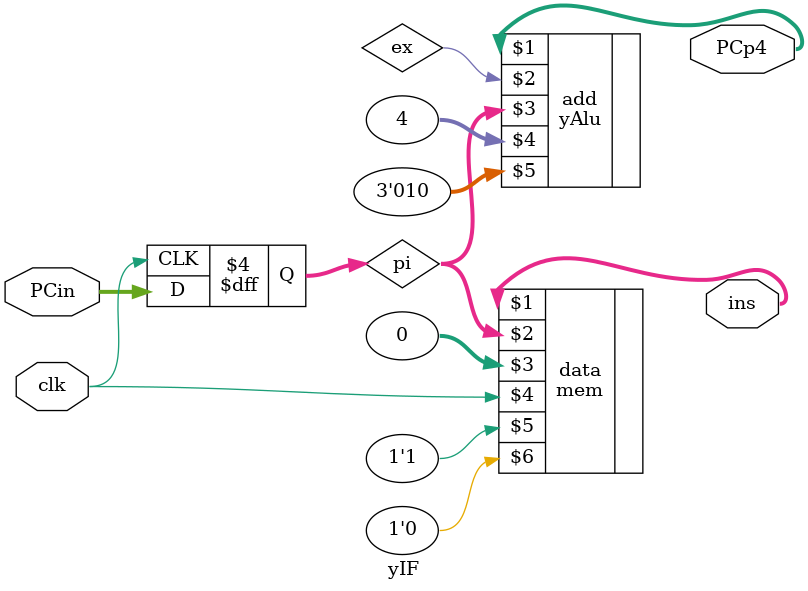
<source format=v>
module yIF(ins, PCp4, PCin, clk);
input clk;
input [31:0] PCin;
output [31:0] ins, PCp4;

reg [31:0] pi;

mem data(ins, pi, 0, clk, 1'b1, 1'b0);
yAlu add(PCp4, ex, pi, 4, 3'b010);

always @ (posedge clk)
  pi <= PCin;

endmodule
</source>
